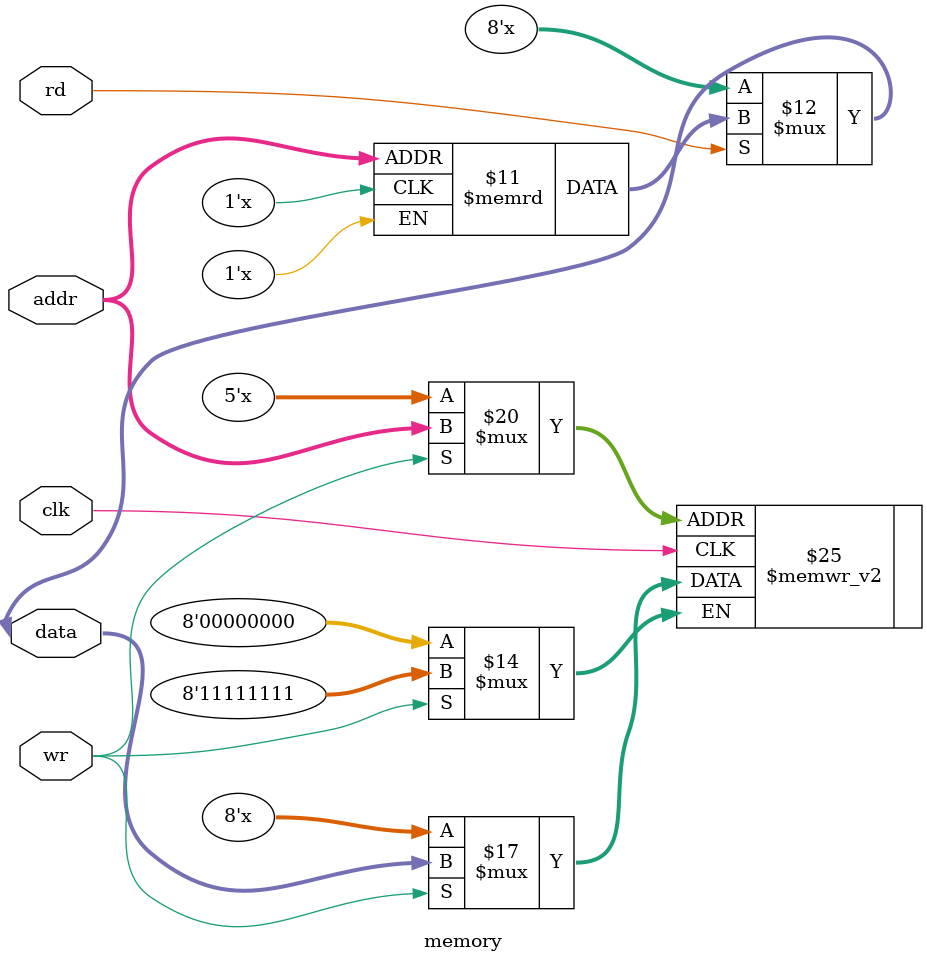
<source format=v>
module memory #(parameter integer AWIDTH = 5, DWIDTH = 8)
   (input [AWIDTH-1:0] addr,
    input 	       clk, wr, rd,
    inout [DWIDTH-1:0] data);
   
   reg [DWIDTH-1:0]    mem[0:2**AWIDTH-1];  
   
   always @(posedge clk)
     begin	
	if (wr == 1)
	  mem[addr] <= data;			       
     end   
   
   assign data = (rd == 1) ? mem[addr] : {DWIDTH{1'bz}};
   
endmodule // memory

	
		
 
	

</source>
